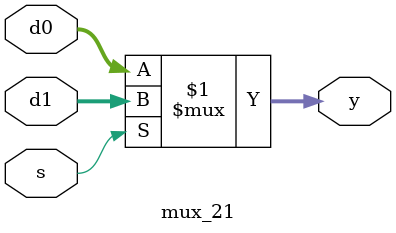
<source format=sv>
module mux_21#(parameter WIDTH=32)
    ( input logic [WIDTH-1:0] d0, d1,
        input logic s,
        output logic [WIDTH-1:0] y);
    
    assign y = s ? d1:d0 ;
endmodule

</source>
